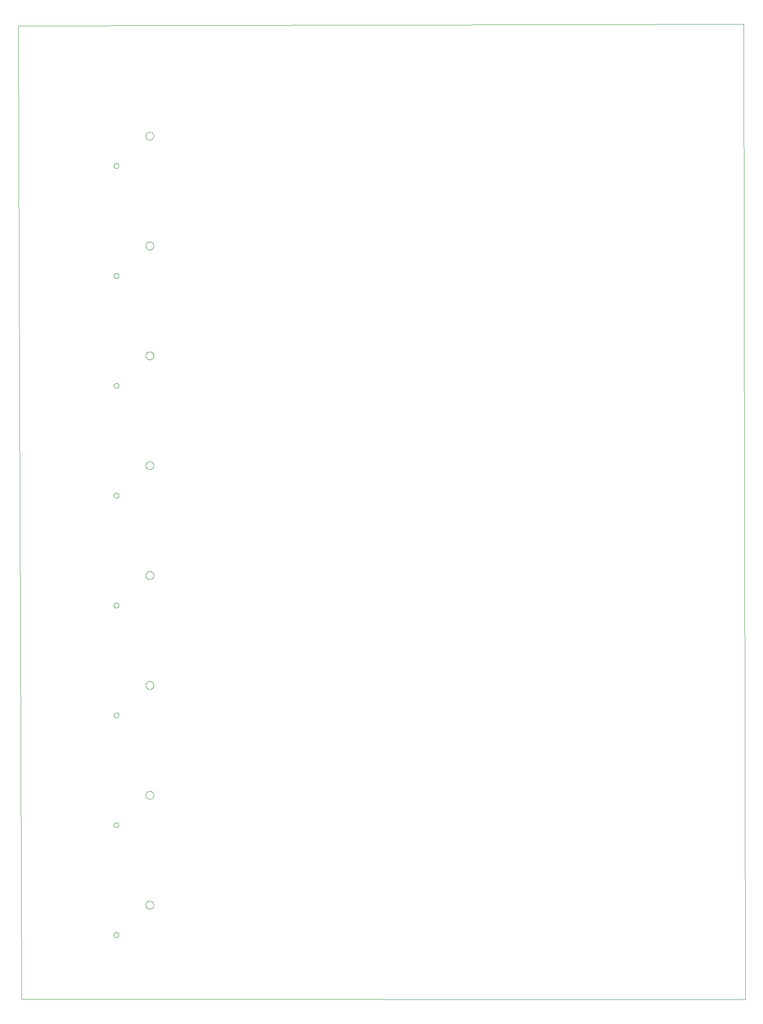
<source format=gm1>
G75*
%MOIN*%
%OFA0B0*%
%FSLAX25Y25*%
%IPPOS*%
%LPD*%
%AMOC8*
5,1,8,0,0,1.08239X$1,22.5*
%
%ADD10C,0.00000*%
D10*
X0035240Y0063066D02*
X0032425Y0830581D01*
X0605104Y0831831D01*
X0606256Y0062751D01*
X0035240Y0063066D01*
X0107892Y0113770D02*
X0107894Y0113858D01*
X0107900Y0113946D01*
X0107910Y0114034D01*
X0107924Y0114122D01*
X0107941Y0114208D01*
X0107963Y0114294D01*
X0107988Y0114378D01*
X0108018Y0114462D01*
X0108050Y0114544D01*
X0108087Y0114624D01*
X0108127Y0114703D01*
X0108171Y0114780D01*
X0108218Y0114855D01*
X0108268Y0114927D01*
X0108322Y0114998D01*
X0108378Y0115065D01*
X0108438Y0115131D01*
X0108500Y0115193D01*
X0108566Y0115253D01*
X0108633Y0115309D01*
X0108704Y0115363D01*
X0108776Y0115413D01*
X0108851Y0115460D01*
X0108928Y0115504D01*
X0109007Y0115544D01*
X0109087Y0115581D01*
X0109169Y0115613D01*
X0109253Y0115643D01*
X0109337Y0115668D01*
X0109423Y0115690D01*
X0109509Y0115707D01*
X0109597Y0115721D01*
X0109685Y0115731D01*
X0109773Y0115737D01*
X0109861Y0115739D01*
X0109949Y0115737D01*
X0110037Y0115731D01*
X0110125Y0115721D01*
X0110213Y0115707D01*
X0110299Y0115690D01*
X0110385Y0115668D01*
X0110469Y0115643D01*
X0110553Y0115613D01*
X0110635Y0115581D01*
X0110715Y0115544D01*
X0110794Y0115504D01*
X0110871Y0115460D01*
X0110946Y0115413D01*
X0111018Y0115363D01*
X0111089Y0115309D01*
X0111156Y0115253D01*
X0111222Y0115193D01*
X0111284Y0115131D01*
X0111344Y0115065D01*
X0111400Y0114998D01*
X0111454Y0114927D01*
X0111504Y0114855D01*
X0111551Y0114780D01*
X0111595Y0114703D01*
X0111635Y0114624D01*
X0111672Y0114544D01*
X0111704Y0114462D01*
X0111734Y0114378D01*
X0111759Y0114294D01*
X0111781Y0114208D01*
X0111798Y0114122D01*
X0111812Y0114034D01*
X0111822Y0113946D01*
X0111828Y0113858D01*
X0111830Y0113770D01*
X0111828Y0113682D01*
X0111822Y0113594D01*
X0111812Y0113506D01*
X0111798Y0113418D01*
X0111781Y0113332D01*
X0111759Y0113246D01*
X0111734Y0113162D01*
X0111704Y0113078D01*
X0111672Y0112996D01*
X0111635Y0112916D01*
X0111595Y0112837D01*
X0111551Y0112760D01*
X0111504Y0112685D01*
X0111454Y0112613D01*
X0111400Y0112542D01*
X0111344Y0112475D01*
X0111284Y0112409D01*
X0111222Y0112347D01*
X0111156Y0112287D01*
X0111089Y0112231D01*
X0111018Y0112177D01*
X0110946Y0112127D01*
X0110871Y0112080D01*
X0110794Y0112036D01*
X0110715Y0111996D01*
X0110635Y0111959D01*
X0110553Y0111927D01*
X0110469Y0111897D01*
X0110385Y0111872D01*
X0110299Y0111850D01*
X0110213Y0111833D01*
X0110125Y0111819D01*
X0110037Y0111809D01*
X0109949Y0111803D01*
X0109861Y0111801D01*
X0109773Y0111803D01*
X0109685Y0111809D01*
X0109597Y0111819D01*
X0109509Y0111833D01*
X0109423Y0111850D01*
X0109337Y0111872D01*
X0109253Y0111897D01*
X0109169Y0111927D01*
X0109087Y0111959D01*
X0109007Y0111996D01*
X0108928Y0112036D01*
X0108851Y0112080D01*
X0108776Y0112127D01*
X0108704Y0112177D01*
X0108633Y0112231D01*
X0108566Y0112287D01*
X0108500Y0112347D01*
X0108438Y0112409D01*
X0108378Y0112475D01*
X0108322Y0112542D01*
X0108268Y0112613D01*
X0108218Y0112685D01*
X0108171Y0112760D01*
X0108127Y0112837D01*
X0108087Y0112916D01*
X0108050Y0112996D01*
X0108018Y0113078D01*
X0107988Y0113162D01*
X0107963Y0113246D01*
X0107941Y0113332D01*
X0107924Y0113418D01*
X0107910Y0113506D01*
X0107900Y0113594D01*
X0107894Y0113682D01*
X0107892Y0113770D01*
X0133089Y0137392D02*
X0133091Y0137504D01*
X0133097Y0137615D01*
X0133107Y0137727D01*
X0133121Y0137838D01*
X0133138Y0137948D01*
X0133160Y0138058D01*
X0133186Y0138167D01*
X0133215Y0138275D01*
X0133248Y0138381D01*
X0133285Y0138487D01*
X0133326Y0138591D01*
X0133371Y0138694D01*
X0133419Y0138795D01*
X0133470Y0138894D01*
X0133525Y0138991D01*
X0133584Y0139086D01*
X0133645Y0139180D01*
X0133710Y0139271D01*
X0133779Y0139359D01*
X0133850Y0139445D01*
X0133924Y0139529D01*
X0134002Y0139609D01*
X0134082Y0139687D01*
X0134165Y0139763D01*
X0134250Y0139835D01*
X0134338Y0139904D01*
X0134428Y0139970D01*
X0134521Y0140032D01*
X0134616Y0140092D01*
X0134713Y0140148D01*
X0134811Y0140200D01*
X0134912Y0140249D01*
X0135014Y0140294D01*
X0135118Y0140336D01*
X0135223Y0140374D01*
X0135330Y0140408D01*
X0135437Y0140438D01*
X0135546Y0140465D01*
X0135655Y0140487D01*
X0135766Y0140506D01*
X0135876Y0140521D01*
X0135988Y0140532D01*
X0136099Y0140539D01*
X0136211Y0140542D01*
X0136323Y0140541D01*
X0136435Y0140536D01*
X0136546Y0140527D01*
X0136657Y0140514D01*
X0136768Y0140497D01*
X0136878Y0140477D01*
X0136987Y0140452D01*
X0137095Y0140424D01*
X0137202Y0140391D01*
X0137308Y0140355D01*
X0137412Y0140315D01*
X0137515Y0140272D01*
X0137617Y0140225D01*
X0137716Y0140174D01*
X0137814Y0140120D01*
X0137910Y0140062D01*
X0138004Y0140001D01*
X0138095Y0139937D01*
X0138184Y0139870D01*
X0138271Y0139799D01*
X0138355Y0139725D01*
X0138437Y0139649D01*
X0138515Y0139569D01*
X0138591Y0139487D01*
X0138664Y0139402D01*
X0138734Y0139315D01*
X0138800Y0139225D01*
X0138864Y0139133D01*
X0138924Y0139039D01*
X0138981Y0138943D01*
X0139034Y0138844D01*
X0139084Y0138744D01*
X0139130Y0138643D01*
X0139173Y0138539D01*
X0139212Y0138434D01*
X0139247Y0138328D01*
X0139278Y0138221D01*
X0139306Y0138112D01*
X0139329Y0138003D01*
X0139349Y0137893D01*
X0139365Y0137782D01*
X0139377Y0137671D01*
X0139385Y0137560D01*
X0139389Y0137448D01*
X0139389Y0137336D01*
X0139385Y0137224D01*
X0139377Y0137113D01*
X0139365Y0137002D01*
X0139349Y0136891D01*
X0139329Y0136781D01*
X0139306Y0136672D01*
X0139278Y0136563D01*
X0139247Y0136456D01*
X0139212Y0136350D01*
X0139173Y0136245D01*
X0139130Y0136141D01*
X0139084Y0136040D01*
X0139034Y0135940D01*
X0138981Y0135841D01*
X0138924Y0135745D01*
X0138864Y0135651D01*
X0138800Y0135559D01*
X0138734Y0135469D01*
X0138664Y0135382D01*
X0138591Y0135297D01*
X0138515Y0135215D01*
X0138437Y0135135D01*
X0138355Y0135059D01*
X0138271Y0134985D01*
X0138184Y0134914D01*
X0138095Y0134847D01*
X0138004Y0134783D01*
X0137910Y0134722D01*
X0137814Y0134664D01*
X0137716Y0134610D01*
X0137617Y0134559D01*
X0137515Y0134512D01*
X0137412Y0134469D01*
X0137308Y0134429D01*
X0137202Y0134393D01*
X0137095Y0134360D01*
X0136987Y0134332D01*
X0136878Y0134307D01*
X0136768Y0134287D01*
X0136657Y0134270D01*
X0136546Y0134257D01*
X0136435Y0134248D01*
X0136323Y0134243D01*
X0136211Y0134242D01*
X0136099Y0134245D01*
X0135988Y0134252D01*
X0135876Y0134263D01*
X0135766Y0134278D01*
X0135655Y0134297D01*
X0135546Y0134319D01*
X0135437Y0134346D01*
X0135330Y0134376D01*
X0135223Y0134410D01*
X0135118Y0134448D01*
X0135014Y0134490D01*
X0134912Y0134535D01*
X0134811Y0134584D01*
X0134713Y0134636D01*
X0134616Y0134692D01*
X0134521Y0134752D01*
X0134428Y0134814D01*
X0134338Y0134880D01*
X0134250Y0134949D01*
X0134165Y0135021D01*
X0134082Y0135097D01*
X0134002Y0135175D01*
X0133924Y0135255D01*
X0133850Y0135339D01*
X0133779Y0135425D01*
X0133710Y0135513D01*
X0133645Y0135604D01*
X0133584Y0135698D01*
X0133525Y0135793D01*
X0133470Y0135890D01*
X0133419Y0135989D01*
X0133371Y0136090D01*
X0133326Y0136193D01*
X0133285Y0136297D01*
X0133248Y0136403D01*
X0133215Y0136509D01*
X0133186Y0136617D01*
X0133160Y0136726D01*
X0133138Y0136836D01*
X0133121Y0136946D01*
X0133107Y0137057D01*
X0133097Y0137169D01*
X0133091Y0137280D01*
X0133089Y0137392D01*
X0107892Y0200384D02*
X0107894Y0200472D01*
X0107900Y0200560D01*
X0107910Y0200648D01*
X0107924Y0200736D01*
X0107941Y0200822D01*
X0107963Y0200908D01*
X0107988Y0200992D01*
X0108018Y0201076D01*
X0108050Y0201158D01*
X0108087Y0201238D01*
X0108127Y0201317D01*
X0108171Y0201394D01*
X0108218Y0201469D01*
X0108268Y0201541D01*
X0108322Y0201612D01*
X0108378Y0201679D01*
X0108438Y0201745D01*
X0108500Y0201807D01*
X0108566Y0201867D01*
X0108633Y0201923D01*
X0108704Y0201977D01*
X0108776Y0202027D01*
X0108851Y0202074D01*
X0108928Y0202118D01*
X0109007Y0202158D01*
X0109087Y0202195D01*
X0109169Y0202227D01*
X0109253Y0202257D01*
X0109337Y0202282D01*
X0109423Y0202304D01*
X0109509Y0202321D01*
X0109597Y0202335D01*
X0109685Y0202345D01*
X0109773Y0202351D01*
X0109861Y0202353D01*
X0109949Y0202351D01*
X0110037Y0202345D01*
X0110125Y0202335D01*
X0110213Y0202321D01*
X0110299Y0202304D01*
X0110385Y0202282D01*
X0110469Y0202257D01*
X0110553Y0202227D01*
X0110635Y0202195D01*
X0110715Y0202158D01*
X0110794Y0202118D01*
X0110871Y0202074D01*
X0110946Y0202027D01*
X0111018Y0201977D01*
X0111089Y0201923D01*
X0111156Y0201867D01*
X0111222Y0201807D01*
X0111284Y0201745D01*
X0111344Y0201679D01*
X0111400Y0201612D01*
X0111454Y0201541D01*
X0111504Y0201469D01*
X0111551Y0201394D01*
X0111595Y0201317D01*
X0111635Y0201238D01*
X0111672Y0201158D01*
X0111704Y0201076D01*
X0111734Y0200992D01*
X0111759Y0200908D01*
X0111781Y0200822D01*
X0111798Y0200736D01*
X0111812Y0200648D01*
X0111822Y0200560D01*
X0111828Y0200472D01*
X0111830Y0200384D01*
X0111828Y0200296D01*
X0111822Y0200208D01*
X0111812Y0200120D01*
X0111798Y0200032D01*
X0111781Y0199946D01*
X0111759Y0199860D01*
X0111734Y0199776D01*
X0111704Y0199692D01*
X0111672Y0199610D01*
X0111635Y0199530D01*
X0111595Y0199451D01*
X0111551Y0199374D01*
X0111504Y0199299D01*
X0111454Y0199227D01*
X0111400Y0199156D01*
X0111344Y0199089D01*
X0111284Y0199023D01*
X0111222Y0198961D01*
X0111156Y0198901D01*
X0111089Y0198845D01*
X0111018Y0198791D01*
X0110946Y0198741D01*
X0110871Y0198694D01*
X0110794Y0198650D01*
X0110715Y0198610D01*
X0110635Y0198573D01*
X0110553Y0198541D01*
X0110469Y0198511D01*
X0110385Y0198486D01*
X0110299Y0198464D01*
X0110213Y0198447D01*
X0110125Y0198433D01*
X0110037Y0198423D01*
X0109949Y0198417D01*
X0109861Y0198415D01*
X0109773Y0198417D01*
X0109685Y0198423D01*
X0109597Y0198433D01*
X0109509Y0198447D01*
X0109423Y0198464D01*
X0109337Y0198486D01*
X0109253Y0198511D01*
X0109169Y0198541D01*
X0109087Y0198573D01*
X0109007Y0198610D01*
X0108928Y0198650D01*
X0108851Y0198694D01*
X0108776Y0198741D01*
X0108704Y0198791D01*
X0108633Y0198845D01*
X0108566Y0198901D01*
X0108500Y0198961D01*
X0108438Y0199023D01*
X0108378Y0199089D01*
X0108322Y0199156D01*
X0108268Y0199227D01*
X0108218Y0199299D01*
X0108171Y0199374D01*
X0108127Y0199451D01*
X0108087Y0199530D01*
X0108050Y0199610D01*
X0108018Y0199692D01*
X0107988Y0199776D01*
X0107963Y0199860D01*
X0107941Y0199946D01*
X0107924Y0200032D01*
X0107910Y0200120D01*
X0107900Y0200208D01*
X0107894Y0200296D01*
X0107892Y0200384D01*
X0133089Y0224006D02*
X0133091Y0224118D01*
X0133097Y0224229D01*
X0133107Y0224341D01*
X0133121Y0224452D01*
X0133138Y0224562D01*
X0133160Y0224672D01*
X0133186Y0224781D01*
X0133215Y0224889D01*
X0133248Y0224995D01*
X0133285Y0225101D01*
X0133326Y0225205D01*
X0133371Y0225308D01*
X0133419Y0225409D01*
X0133470Y0225508D01*
X0133525Y0225605D01*
X0133584Y0225700D01*
X0133645Y0225794D01*
X0133710Y0225885D01*
X0133779Y0225973D01*
X0133850Y0226059D01*
X0133924Y0226143D01*
X0134002Y0226223D01*
X0134082Y0226301D01*
X0134165Y0226377D01*
X0134250Y0226449D01*
X0134338Y0226518D01*
X0134428Y0226584D01*
X0134521Y0226646D01*
X0134616Y0226706D01*
X0134713Y0226762D01*
X0134811Y0226814D01*
X0134912Y0226863D01*
X0135014Y0226908D01*
X0135118Y0226950D01*
X0135223Y0226988D01*
X0135330Y0227022D01*
X0135437Y0227052D01*
X0135546Y0227079D01*
X0135655Y0227101D01*
X0135766Y0227120D01*
X0135876Y0227135D01*
X0135988Y0227146D01*
X0136099Y0227153D01*
X0136211Y0227156D01*
X0136323Y0227155D01*
X0136435Y0227150D01*
X0136546Y0227141D01*
X0136657Y0227128D01*
X0136768Y0227111D01*
X0136878Y0227091D01*
X0136987Y0227066D01*
X0137095Y0227038D01*
X0137202Y0227005D01*
X0137308Y0226969D01*
X0137412Y0226929D01*
X0137515Y0226886D01*
X0137617Y0226839D01*
X0137716Y0226788D01*
X0137814Y0226734D01*
X0137910Y0226676D01*
X0138004Y0226615D01*
X0138095Y0226551D01*
X0138184Y0226484D01*
X0138271Y0226413D01*
X0138355Y0226339D01*
X0138437Y0226263D01*
X0138515Y0226183D01*
X0138591Y0226101D01*
X0138664Y0226016D01*
X0138734Y0225929D01*
X0138800Y0225839D01*
X0138864Y0225747D01*
X0138924Y0225653D01*
X0138981Y0225557D01*
X0139034Y0225458D01*
X0139084Y0225358D01*
X0139130Y0225257D01*
X0139173Y0225153D01*
X0139212Y0225048D01*
X0139247Y0224942D01*
X0139278Y0224835D01*
X0139306Y0224726D01*
X0139329Y0224617D01*
X0139349Y0224507D01*
X0139365Y0224396D01*
X0139377Y0224285D01*
X0139385Y0224174D01*
X0139389Y0224062D01*
X0139389Y0223950D01*
X0139385Y0223838D01*
X0139377Y0223727D01*
X0139365Y0223616D01*
X0139349Y0223505D01*
X0139329Y0223395D01*
X0139306Y0223286D01*
X0139278Y0223177D01*
X0139247Y0223070D01*
X0139212Y0222964D01*
X0139173Y0222859D01*
X0139130Y0222755D01*
X0139084Y0222654D01*
X0139034Y0222554D01*
X0138981Y0222455D01*
X0138924Y0222359D01*
X0138864Y0222265D01*
X0138800Y0222173D01*
X0138734Y0222083D01*
X0138664Y0221996D01*
X0138591Y0221911D01*
X0138515Y0221829D01*
X0138437Y0221749D01*
X0138355Y0221673D01*
X0138271Y0221599D01*
X0138184Y0221528D01*
X0138095Y0221461D01*
X0138004Y0221397D01*
X0137910Y0221336D01*
X0137814Y0221278D01*
X0137716Y0221224D01*
X0137617Y0221173D01*
X0137515Y0221126D01*
X0137412Y0221083D01*
X0137308Y0221043D01*
X0137202Y0221007D01*
X0137095Y0220974D01*
X0136987Y0220946D01*
X0136878Y0220921D01*
X0136768Y0220901D01*
X0136657Y0220884D01*
X0136546Y0220871D01*
X0136435Y0220862D01*
X0136323Y0220857D01*
X0136211Y0220856D01*
X0136099Y0220859D01*
X0135988Y0220866D01*
X0135876Y0220877D01*
X0135766Y0220892D01*
X0135655Y0220911D01*
X0135546Y0220933D01*
X0135437Y0220960D01*
X0135330Y0220990D01*
X0135223Y0221024D01*
X0135118Y0221062D01*
X0135014Y0221104D01*
X0134912Y0221149D01*
X0134811Y0221198D01*
X0134713Y0221250D01*
X0134616Y0221306D01*
X0134521Y0221366D01*
X0134428Y0221428D01*
X0134338Y0221494D01*
X0134250Y0221563D01*
X0134165Y0221635D01*
X0134082Y0221711D01*
X0134002Y0221789D01*
X0133924Y0221869D01*
X0133850Y0221953D01*
X0133779Y0222039D01*
X0133710Y0222127D01*
X0133645Y0222218D01*
X0133584Y0222312D01*
X0133525Y0222407D01*
X0133470Y0222504D01*
X0133419Y0222603D01*
X0133371Y0222704D01*
X0133326Y0222807D01*
X0133285Y0222911D01*
X0133248Y0223017D01*
X0133215Y0223123D01*
X0133186Y0223231D01*
X0133160Y0223340D01*
X0133138Y0223450D01*
X0133121Y0223560D01*
X0133107Y0223671D01*
X0133097Y0223783D01*
X0133091Y0223894D01*
X0133089Y0224006D01*
X0107892Y0286998D02*
X0107894Y0287086D01*
X0107900Y0287174D01*
X0107910Y0287262D01*
X0107924Y0287350D01*
X0107941Y0287436D01*
X0107963Y0287522D01*
X0107988Y0287606D01*
X0108018Y0287690D01*
X0108050Y0287772D01*
X0108087Y0287852D01*
X0108127Y0287931D01*
X0108171Y0288008D01*
X0108218Y0288083D01*
X0108268Y0288155D01*
X0108322Y0288226D01*
X0108378Y0288293D01*
X0108438Y0288359D01*
X0108500Y0288421D01*
X0108566Y0288481D01*
X0108633Y0288537D01*
X0108704Y0288591D01*
X0108776Y0288641D01*
X0108851Y0288688D01*
X0108928Y0288732D01*
X0109007Y0288772D01*
X0109087Y0288809D01*
X0109169Y0288841D01*
X0109253Y0288871D01*
X0109337Y0288896D01*
X0109423Y0288918D01*
X0109509Y0288935D01*
X0109597Y0288949D01*
X0109685Y0288959D01*
X0109773Y0288965D01*
X0109861Y0288967D01*
X0109949Y0288965D01*
X0110037Y0288959D01*
X0110125Y0288949D01*
X0110213Y0288935D01*
X0110299Y0288918D01*
X0110385Y0288896D01*
X0110469Y0288871D01*
X0110553Y0288841D01*
X0110635Y0288809D01*
X0110715Y0288772D01*
X0110794Y0288732D01*
X0110871Y0288688D01*
X0110946Y0288641D01*
X0111018Y0288591D01*
X0111089Y0288537D01*
X0111156Y0288481D01*
X0111222Y0288421D01*
X0111284Y0288359D01*
X0111344Y0288293D01*
X0111400Y0288226D01*
X0111454Y0288155D01*
X0111504Y0288083D01*
X0111551Y0288008D01*
X0111595Y0287931D01*
X0111635Y0287852D01*
X0111672Y0287772D01*
X0111704Y0287690D01*
X0111734Y0287606D01*
X0111759Y0287522D01*
X0111781Y0287436D01*
X0111798Y0287350D01*
X0111812Y0287262D01*
X0111822Y0287174D01*
X0111828Y0287086D01*
X0111830Y0286998D01*
X0111828Y0286910D01*
X0111822Y0286822D01*
X0111812Y0286734D01*
X0111798Y0286646D01*
X0111781Y0286560D01*
X0111759Y0286474D01*
X0111734Y0286390D01*
X0111704Y0286306D01*
X0111672Y0286224D01*
X0111635Y0286144D01*
X0111595Y0286065D01*
X0111551Y0285988D01*
X0111504Y0285913D01*
X0111454Y0285841D01*
X0111400Y0285770D01*
X0111344Y0285703D01*
X0111284Y0285637D01*
X0111222Y0285575D01*
X0111156Y0285515D01*
X0111089Y0285459D01*
X0111018Y0285405D01*
X0110946Y0285355D01*
X0110871Y0285308D01*
X0110794Y0285264D01*
X0110715Y0285224D01*
X0110635Y0285187D01*
X0110553Y0285155D01*
X0110469Y0285125D01*
X0110385Y0285100D01*
X0110299Y0285078D01*
X0110213Y0285061D01*
X0110125Y0285047D01*
X0110037Y0285037D01*
X0109949Y0285031D01*
X0109861Y0285029D01*
X0109773Y0285031D01*
X0109685Y0285037D01*
X0109597Y0285047D01*
X0109509Y0285061D01*
X0109423Y0285078D01*
X0109337Y0285100D01*
X0109253Y0285125D01*
X0109169Y0285155D01*
X0109087Y0285187D01*
X0109007Y0285224D01*
X0108928Y0285264D01*
X0108851Y0285308D01*
X0108776Y0285355D01*
X0108704Y0285405D01*
X0108633Y0285459D01*
X0108566Y0285515D01*
X0108500Y0285575D01*
X0108438Y0285637D01*
X0108378Y0285703D01*
X0108322Y0285770D01*
X0108268Y0285841D01*
X0108218Y0285913D01*
X0108171Y0285988D01*
X0108127Y0286065D01*
X0108087Y0286144D01*
X0108050Y0286224D01*
X0108018Y0286306D01*
X0107988Y0286390D01*
X0107963Y0286474D01*
X0107941Y0286560D01*
X0107924Y0286646D01*
X0107910Y0286734D01*
X0107900Y0286822D01*
X0107894Y0286910D01*
X0107892Y0286998D01*
X0133089Y0310620D02*
X0133091Y0310732D01*
X0133097Y0310843D01*
X0133107Y0310955D01*
X0133121Y0311066D01*
X0133138Y0311176D01*
X0133160Y0311286D01*
X0133186Y0311395D01*
X0133215Y0311503D01*
X0133248Y0311609D01*
X0133285Y0311715D01*
X0133326Y0311819D01*
X0133371Y0311922D01*
X0133419Y0312023D01*
X0133470Y0312122D01*
X0133525Y0312219D01*
X0133584Y0312314D01*
X0133645Y0312408D01*
X0133710Y0312499D01*
X0133779Y0312587D01*
X0133850Y0312673D01*
X0133924Y0312757D01*
X0134002Y0312837D01*
X0134082Y0312915D01*
X0134165Y0312991D01*
X0134250Y0313063D01*
X0134338Y0313132D01*
X0134428Y0313198D01*
X0134521Y0313260D01*
X0134616Y0313320D01*
X0134713Y0313376D01*
X0134811Y0313428D01*
X0134912Y0313477D01*
X0135014Y0313522D01*
X0135118Y0313564D01*
X0135223Y0313602D01*
X0135330Y0313636D01*
X0135437Y0313666D01*
X0135546Y0313693D01*
X0135655Y0313715D01*
X0135766Y0313734D01*
X0135876Y0313749D01*
X0135988Y0313760D01*
X0136099Y0313767D01*
X0136211Y0313770D01*
X0136323Y0313769D01*
X0136435Y0313764D01*
X0136546Y0313755D01*
X0136657Y0313742D01*
X0136768Y0313725D01*
X0136878Y0313705D01*
X0136987Y0313680D01*
X0137095Y0313652D01*
X0137202Y0313619D01*
X0137308Y0313583D01*
X0137412Y0313543D01*
X0137515Y0313500D01*
X0137617Y0313453D01*
X0137716Y0313402D01*
X0137814Y0313348D01*
X0137910Y0313290D01*
X0138004Y0313229D01*
X0138095Y0313165D01*
X0138184Y0313098D01*
X0138271Y0313027D01*
X0138355Y0312953D01*
X0138437Y0312877D01*
X0138515Y0312797D01*
X0138591Y0312715D01*
X0138664Y0312630D01*
X0138734Y0312543D01*
X0138800Y0312453D01*
X0138864Y0312361D01*
X0138924Y0312267D01*
X0138981Y0312171D01*
X0139034Y0312072D01*
X0139084Y0311972D01*
X0139130Y0311871D01*
X0139173Y0311767D01*
X0139212Y0311662D01*
X0139247Y0311556D01*
X0139278Y0311449D01*
X0139306Y0311340D01*
X0139329Y0311231D01*
X0139349Y0311121D01*
X0139365Y0311010D01*
X0139377Y0310899D01*
X0139385Y0310788D01*
X0139389Y0310676D01*
X0139389Y0310564D01*
X0139385Y0310452D01*
X0139377Y0310341D01*
X0139365Y0310230D01*
X0139349Y0310119D01*
X0139329Y0310009D01*
X0139306Y0309900D01*
X0139278Y0309791D01*
X0139247Y0309684D01*
X0139212Y0309578D01*
X0139173Y0309473D01*
X0139130Y0309369D01*
X0139084Y0309268D01*
X0139034Y0309168D01*
X0138981Y0309069D01*
X0138924Y0308973D01*
X0138864Y0308879D01*
X0138800Y0308787D01*
X0138734Y0308697D01*
X0138664Y0308610D01*
X0138591Y0308525D01*
X0138515Y0308443D01*
X0138437Y0308363D01*
X0138355Y0308287D01*
X0138271Y0308213D01*
X0138184Y0308142D01*
X0138095Y0308075D01*
X0138004Y0308011D01*
X0137910Y0307950D01*
X0137814Y0307892D01*
X0137716Y0307838D01*
X0137617Y0307787D01*
X0137515Y0307740D01*
X0137412Y0307697D01*
X0137308Y0307657D01*
X0137202Y0307621D01*
X0137095Y0307588D01*
X0136987Y0307560D01*
X0136878Y0307535D01*
X0136768Y0307515D01*
X0136657Y0307498D01*
X0136546Y0307485D01*
X0136435Y0307476D01*
X0136323Y0307471D01*
X0136211Y0307470D01*
X0136099Y0307473D01*
X0135988Y0307480D01*
X0135876Y0307491D01*
X0135766Y0307506D01*
X0135655Y0307525D01*
X0135546Y0307547D01*
X0135437Y0307574D01*
X0135330Y0307604D01*
X0135223Y0307638D01*
X0135118Y0307676D01*
X0135014Y0307718D01*
X0134912Y0307763D01*
X0134811Y0307812D01*
X0134713Y0307864D01*
X0134616Y0307920D01*
X0134521Y0307980D01*
X0134428Y0308042D01*
X0134338Y0308108D01*
X0134250Y0308177D01*
X0134165Y0308249D01*
X0134082Y0308325D01*
X0134002Y0308403D01*
X0133924Y0308483D01*
X0133850Y0308567D01*
X0133779Y0308653D01*
X0133710Y0308741D01*
X0133645Y0308832D01*
X0133584Y0308926D01*
X0133525Y0309021D01*
X0133470Y0309118D01*
X0133419Y0309217D01*
X0133371Y0309318D01*
X0133326Y0309421D01*
X0133285Y0309525D01*
X0133248Y0309631D01*
X0133215Y0309737D01*
X0133186Y0309845D01*
X0133160Y0309954D01*
X0133138Y0310064D01*
X0133121Y0310174D01*
X0133107Y0310285D01*
X0133097Y0310397D01*
X0133091Y0310508D01*
X0133089Y0310620D01*
X0107892Y0373612D02*
X0107894Y0373700D01*
X0107900Y0373788D01*
X0107910Y0373876D01*
X0107924Y0373964D01*
X0107941Y0374050D01*
X0107963Y0374136D01*
X0107988Y0374220D01*
X0108018Y0374304D01*
X0108050Y0374386D01*
X0108087Y0374466D01*
X0108127Y0374545D01*
X0108171Y0374622D01*
X0108218Y0374697D01*
X0108268Y0374769D01*
X0108322Y0374840D01*
X0108378Y0374907D01*
X0108438Y0374973D01*
X0108500Y0375035D01*
X0108566Y0375095D01*
X0108633Y0375151D01*
X0108704Y0375205D01*
X0108776Y0375255D01*
X0108851Y0375302D01*
X0108928Y0375346D01*
X0109007Y0375386D01*
X0109087Y0375423D01*
X0109169Y0375455D01*
X0109253Y0375485D01*
X0109337Y0375510D01*
X0109423Y0375532D01*
X0109509Y0375549D01*
X0109597Y0375563D01*
X0109685Y0375573D01*
X0109773Y0375579D01*
X0109861Y0375581D01*
X0109949Y0375579D01*
X0110037Y0375573D01*
X0110125Y0375563D01*
X0110213Y0375549D01*
X0110299Y0375532D01*
X0110385Y0375510D01*
X0110469Y0375485D01*
X0110553Y0375455D01*
X0110635Y0375423D01*
X0110715Y0375386D01*
X0110794Y0375346D01*
X0110871Y0375302D01*
X0110946Y0375255D01*
X0111018Y0375205D01*
X0111089Y0375151D01*
X0111156Y0375095D01*
X0111222Y0375035D01*
X0111284Y0374973D01*
X0111344Y0374907D01*
X0111400Y0374840D01*
X0111454Y0374769D01*
X0111504Y0374697D01*
X0111551Y0374622D01*
X0111595Y0374545D01*
X0111635Y0374466D01*
X0111672Y0374386D01*
X0111704Y0374304D01*
X0111734Y0374220D01*
X0111759Y0374136D01*
X0111781Y0374050D01*
X0111798Y0373964D01*
X0111812Y0373876D01*
X0111822Y0373788D01*
X0111828Y0373700D01*
X0111830Y0373612D01*
X0111828Y0373524D01*
X0111822Y0373436D01*
X0111812Y0373348D01*
X0111798Y0373260D01*
X0111781Y0373174D01*
X0111759Y0373088D01*
X0111734Y0373004D01*
X0111704Y0372920D01*
X0111672Y0372838D01*
X0111635Y0372758D01*
X0111595Y0372679D01*
X0111551Y0372602D01*
X0111504Y0372527D01*
X0111454Y0372455D01*
X0111400Y0372384D01*
X0111344Y0372317D01*
X0111284Y0372251D01*
X0111222Y0372189D01*
X0111156Y0372129D01*
X0111089Y0372073D01*
X0111018Y0372019D01*
X0110946Y0371969D01*
X0110871Y0371922D01*
X0110794Y0371878D01*
X0110715Y0371838D01*
X0110635Y0371801D01*
X0110553Y0371769D01*
X0110469Y0371739D01*
X0110385Y0371714D01*
X0110299Y0371692D01*
X0110213Y0371675D01*
X0110125Y0371661D01*
X0110037Y0371651D01*
X0109949Y0371645D01*
X0109861Y0371643D01*
X0109773Y0371645D01*
X0109685Y0371651D01*
X0109597Y0371661D01*
X0109509Y0371675D01*
X0109423Y0371692D01*
X0109337Y0371714D01*
X0109253Y0371739D01*
X0109169Y0371769D01*
X0109087Y0371801D01*
X0109007Y0371838D01*
X0108928Y0371878D01*
X0108851Y0371922D01*
X0108776Y0371969D01*
X0108704Y0372019D01*
X0108633Y0372073D01*
X0108566Y0372129D01*
X0108500Y0372189D01*
X0108438Y0372251D01*
X0108378Y0372317D01*
X0108322Y0372384D01*
X0108268Y0372455D01*
X0108218Y0372527D01*
X0108171Y0372602D01*
X0108127Y0372679D01*
X0108087Y0372758D01*
X0108050Y0372838D01*
X0108018Y0372920D01*
X0107988Y0373004D01*
X0107963Y0373088D01*
X0107941Y0373174D01*
X0107924Y0373260D01*
X0107910Y0373348D01*
X0107900Y0373436D01*
X0107894Y0373524D01*
X0107892Y0373612D01*
X0133089Y0397234D02*
X0133091Y0397346D01*
X0133097Y0397457D01*
X0133107Y0397569D01*
X0133121Y0397680D01*
X0133138Y0397790D01*
X0133160Y0397900D01*
X0133186Y0398009D01*
X0133215Y0398117D01*
X0133248Y0398223D01*
X0133285Y0398329D01*
X0133326Y0398433D01*
X0133371Y0398536D01*
X0133419Y0398637D01*
X0133470Y0398736D01*
X0133525Y0398833D01*
X0133584Y0398928D01*
X0133645Y0399022D01*
X0133710Y0399113D01*
X0133779Y0399201D01*
X0133850Y0399287D01*
X0133924Y0399371D01*
X0134002Y0399451D01*
X0134082Y0399529D01*
X0134165Y0399605D01*
X0134250Y0399677D01*
X0134338Y0399746D01*
X0134428Y0399812D01*
X0134521Y0399874D01*
X0134616Y0399934D01*
X0134713Y0399990D01*
X0134811Y0400042D01*
X0134912Y0400091D01*
X0135014Y0400136D01*
X0135118Y0400178D01*
X0135223Y0400216D01*
X0135330Y0400250D01*
X0135437Y0400280D01*
X0135546Y0400307D01*
X0135655Y0400329D01*
X0135766Y0400348D01*
X0135876Y0400363D01*
X0135988Y0400374D01*
X0136099Y0400381D01*
X0136211Y0400384D01*
X0136323Y0400383D01*
X0136435Y0400378D01*
X0136546Y0400369D01*
X0136657Y0400356D01*
X0136768Y0400339D01*
X0136878Y0400319D01*
X0136987Y0400294D01*
X0137095Y0400266D01*
X0137202Y0400233D01*
X0137308Y0400197D01*
X0137412Y0400157D01*
X0137515Y0400114D01*
X0137617Y0400067D01*
X0137716Y0400016D01*
X0137814Y0399962D01*
X0137910Y0399904D01*
X0138004Y0399843D01*
X0138095Y0399779D01*
X0138184Y0399712D01*
X0138271Y0399641D01*
X0138355Y0399567D01*
X0138437Y0399491D01*
X0138515Y0399411D01*
X0138591Y0399329D01*
X0138664Y0399244D01*
X0138734Y0399157D01*
X0138800Y0399067D01*
X0138864Y0398975D01*
X0138924Y0398881D01*
X0138981Y0398785D01*
X0139034Y0398686D01*
X0139084Y0398586D01*
X0139130Y0398485D01*
X0139173Y0398381D01*
X0139212Y0398276D01*
X0139247Y0398170D01*
X0139278Y0398063D01*
X0139306Y0397954D01*
X0139329Y0397845D01*
X0139349Y0397735D01*
X0139365Y0397624D01*
X0139377Y0397513D01*
X0139385Y0397402D01*
X0139389Y0397290D01*
X0139389Y0397178D01*
X0139385Y0397066D01*
X0139377Y0396955D01*
X0139365Y0396844D01*
X0139349Y0396733D01*
X0139329Y0396623D01*
X0139306Y0396514D01*
X0139278Y0396405D01*
X0139247Y0396298D01*
X0139212Y0396192D01*
X0139173Y0396087D01*
X0139130Y0395983D01*
X0139084Y0395882D01*
X0139034Y0395782D01*
X0138981Y0395683D01*
X0138924Y0395587D01*
X0138864Y0395493D01*
X0138800Y0395401D01*
X0138734Y0395311D01*
X0138664Y0395224D01*
X0138591Y0395139D01*
X0138515Y0395057D01*
X0138437Y0394977D01*
X0138355Y0394901D01*
X0138271Y0394827D01*
X0138184Y0394756D01*
X0138095Y0394689D01*
X0138004Y0394625D01*
X0137910Y0394564D01*
X0137814Y0394506D01*
X0137716Y0394452D01*
X0137617Y0394401D01*
X0137515Y0394354D01*
X0137412Y0394311D01*
X0137308Y0394271D01*
X0137202Y0394235D01*
X0137095Y0394202D01*
X0136987Y0394174D01*
X0136878Y0394149D01*
X0136768Y0394129D01*
X0136657Y0394112D01*
X0136546Y0394099D01*
X0136435Y0394090D01*
X0136323Y0394085D01*
X0136211Y0394084D01*
X0136099Y0394087D01*
X0135988Y0394094D01*
X0135876Y0394105D01*
X0135766Y0394120D01*
X0135655Y0394139D01*
X0135546Y0394161D01*
X0135437Y0394188D01*
X0135330Y0394218D01*
X0135223Y0394252D01*
X0135118Y0394290D01*
X0135014Y0394332D01*
X0134912Y0394377D01*
X0134811Y0394426D01*
X0134713Y0394478D01*
X0134616Y0394534D01*
X0134521Y0394594D01*
X0134428Y0394656D01*
X0134338Y0394722D01*
X0134250Y0394791D01*
X0134165Y0394863D01*
X0134082Y0394939D01*
X0134002Y0395017D01*
X0133924Y0395097D01*
X0133850Y0395181D01*
X0133779Y0395267D01*
X0133710Y0395355D01*
X0133645Y0395446D01*
X0133584Y0395540D01*
X0133525Y0395635D01*
X0133470Y0395732D01*
X0133419Y0395831D01*
X0133371Y0395932D01*
X0133326Y0396035D01*
X0133285Y0396139D01*
X0133248Y0396245D01*
X0133215Y0396351D01*
X0133186Y0396459D01*
X0133160Y0396568D01*
X0133138Y0396678D01*
X0133121Y0396788D01*
X0133107Y0396899D01*
X0133097Y0397011D01*
X0133091Y0397122D01*
X0133089Y0397234D01*
X0107892Y0460226D02*
X0107894Y0460314D01*
X0107900Y0460402D01*
X0107910Y0460490D01*
X0107924Y0460578D01*
X0107941Y0460664D01*
X0107963Y0460750D01*
X0107988Y0460834D01*
X0108018Y0460918D01*
X0108050Y0461000D01*
X0108087Y0461080D01*
X0108127Y0461159D01*
X0108171Y0461236D01*
X0108218Y0461311D01*
X0108268Y0461383D01*
X0108322Y0461454D01*
X0108378Y0461521D01*
X0108438Y0461587D01*
X0108500Y0461649D01*
X0108566Y0461709D01*
X0108633Y0461765D01*
X0108704Y0461819D01*
X0108776Y0461869D01*
X0108851Y0461916D01*
X0108928Y0461960D01*
X0109007Y0462000D01*
X0109087Y0462037D01*
X0109169Y0462069D01*
X0109253Y0462099D01*
X0109337Y0462124D01*
X0109423Y0462146D01*
X0109509Y0462163D01*
X0109597Y0462177D01*
X0109685Y0462187D01*
X0109773Y0462193D01*
X0109861Y0462195D01*
X0109949Y0462193D01*
X0110037Y0462187D01*
X0110125Y0462177D01*
X0110213Y0462163D01*
X0110299Y0462146D01*
X0110385Y0462124D01*
X0110469Y0462099D01*
X0110553Y0462069D01*
X0110635Y0462037D01*
X0110715Y0462000D01*
X0110794Y0461960D01*
X0110871Y0461916D01*
X0110946Y0461869D01*
X0111018Y0461819D01*
X0111089Y0461765D01*
X0111156Y0461709D01*
X0111222Y0461649D01*
X0111284Y0461587D01*
X0111344Y0461521D01*
X0111400Y0461454D01*
X0111454Y0461383D01*
X0111504Y0461311D01*
X0111551Y0461236D01*
X0111595Y0461159D01*
X0111635Y0461080D01*
X0111672Y0461000D01*
X0111704Y0460918D01*
X0111734Y0460834D01*
X0111759Y0460750D01*
X0111781Y0460664D01*
X0111798Y0460578D01*
X0111812Y0460490D01*
X0111822Y0460402D01*
X0111828Y0460314D01*
X0111830Y0460226D01*
X0111828Y0460138D01*
X0111822Y0460050D01*
X0111812Y0459962D01*
X0111798Y0459874D01*
X0111781Y0459788D01*
X0111759Y0459702D01*
X0111734Y0459618D01*
X0111704Y0459534D01*
X0111672Y0459452D01*
X0111635Y0459372D01*
X0111595Y0459293D01*
X0111551Y0459216D01*
X0111504Y0459141D01*
X0111454Y0459069D01*
X0111400Y0458998D01*
X0111344Y0458931D01*
X0111284Y0458865D01*
X0111222Y0458803D01*
X0111156Y0458743D01*
X0111089Y0458687D01*
X0111018Y0458633D01*
X0110946Y0458583D01*
X0110871Y0458536D01*
X0110794Y0458492D01*
X0110715Y0458452D01*
X0110635Y0458415D01*
X0110553Y0458383D01*
X0110469Y0458353D01*
X0110385Y0458328D01*
X0110299Y0458306D01*
X0110213Y0458289D01*
X0110125Y0458275D01*
X0110037Y0458265D01*
X0109949Y0458259D01*
X0109861Y0458257D01*
X0109773Y0458259D01*
X0109685Y0458265D01*
X0109597Y0458275D01*
X0109509Y0458289D01*
X0109423Y0458306D01*
X0109337Y0458328D01*
X0109253Y0458353D01*
X0109169Y0458383D01*
X0109087Y0458415D01*
X0109007Y0458452D01*
X0108928Y0458492D01*
X0108851Y0458536D01*
X0108776Y0458583D01*
X0108704Y0458633D01*
X0108633Y0458687D01*
X0108566Y0458743D01*
X0108500Y0458803D01*
X0108438Y0458865D01*
X0108378Y0458931D01*
X0108322Y0458998D01*
X0108268Y0459069D01*
X0108218Y0459141D01*
X0108171Y0459216D01*
X0108127Y0459293D01*
X0108087Y0459372D01*
X0108050Y0459452D01*
X0108018Y0459534D01*
X0107988Y0459618D01*
X0107963Y0459702D01*
X0107941Y0459788D01*
X0107924Y0459874D01*
X0107910Y0459962D01*
X0107900Y0460050D01*
X0107894Y0460138D01*
X0107892Y0460226D01*
X0133089Y0483848D02*
X0133091Y0483960D01*
X0133097Y0484071D01*
X0133107Y0484183D01*
X0133121Y0484294D01*
X0133138Y0484404D01*
X0133160Y0484514D01*
X0133186Y0484623D01*
X0133215Y0484731D01*
X0133248Y0484837D01*
X0133285Y0484943D01*
X0133326Y0485047D01*
X0133371Y0485150D01*
X0133419Y0485251D01*
X0133470Y0485350D01*
X0133525Y0485447D01*
X0133584Y0485542D01*
X0133645Y0485636D01*
X0133710Y0485727D01*
X0133779Y0485815D01*
X0133850Y0485901D01*
X0133924Y0485985D01*
X0134002Y0486065D01*
X0134082Y0486143D01*
X0134165Y0486219D01*
X0134250Y0486291D01*
X0134338Y0486360D01*
X0134428Y0486426D01*
X0134521Y0486488D01*
X0134616Y0486548D01*
X0134713Y0486604D01*
X0134811Y0486656D01*
X0134912Y0486705D01*
X0135014Y0486750D01*
X0135118Y0486792D01*
X0135223Y0486830D01*
X0135330Y0486864D01*
X0135437Y0486894D01*
X0135546Y0486921D01*
X0135655Y0486943D01*
X0135766Y0486962D01*
X0135876Y0486977D01*
X0135988Y0486988D01*
X0136099Y0486995D01*
X0136211Y0486998D01*
X0136323Y0486997D01*
X0136435Y0486992D01*
X0136546Y0486983D01*
X0136657Y0486970D01*
X0136768Y0486953D01*
X0136878Y0486933D01*
X0136987Y0486908D01*
X0137095Y0486880D01*
X0137202Y0486847D01*
X0137308Y0486811D01*
X0137412Y0486771D01*
X0137515Y0486728D01*
X0137617Y0486681D01*
X0137716Y0486630D01*
X0137814Y0486576D01*
X0137910Y0486518D01*
X0138004Y0486457D01*
X0138095Y0486393D01*
X0138184Y0486326D01*
X0138271Y0486255D01*
X0138355Y0486181D01*
X0138437Y0486105D01*
X0138515Y0486025D01*
X0138591Y0485943D01*
X0138664Y0485858D01*
X0138734Y0485771D01*
X0138800Y0485681D01*
X0138864Y0485589D01*
X0138924Y0485495D01*
X0138981Y0485399D01*
X0139034Y0485300D01*
X0139084Y0485200D01*
X0139130Y0485099D01*
X0139173Y0484995D01*
X0139212Y0484890D01*
X0139247Y0484784D01*
X0139278Y0484677D01*
X0139306Y0484568D01*
X0139329Y0484459D01*
X0139349Y0484349D01*
X0139365Y0484238D01*
X0139377Y0484127D01*
X0139385Y0484016D01*
X0139389Y0483904D01*
X0139389Y0483792D01*
X0139385Y0483680D01*
X0139377Y0483569D01*
X0139365Y0483458D01*
X0139349Y0483347D01*
X0139329Y0483237D01*
X0139306Y0483128D01*
X0139278Y0483019D01*
X0139247Y0482912D01*
X0139212Y0482806D01*
X0139173Y0482701D01*
X0139130Y0482597D01*
X0139084Y0482496D01*
X0139034Y0482396D01*
X0138981Y0482297D01*
X0138924Y0482201D01*
X0138864Y0482107D01*
X0138800Y0482015D01*
X0138734Y0481925D01*
X0138664Y0481838D01*
X0138591Y0481753D01*
X0138515Y0481671D01*
X0138437Y0481591D01*
X0138355Y0481515D01*
X0138271Y0481441D01*
X0138184Y0481370D01*
X0138095Y0481303D01*
X0138004Y0481239D01*
X0137910Y0481178D01*
X0137814Y0481120D01*
X0137716Y0481066D01*
X0137617Y0481015D01*
X0137515Y0480968D01*
X0137412Y0480925D01*
X0137308Y0480885D01*
X0137202Y0480849D01*
X0137095Y0480816D01*
X0136987Y0480788D01*
X0136878Y0480763D01*
X0136768Y0480743D01*
X0136657Y0480726D01*
X0136546Y0480713D01*
X0136435Y0480704D01*
X0136323Y0480699D01*
X0136211Y0480698D01*
X0136099Y0480701D01*
X0135988Y0480708D01*
X0135876Y0480719D01*
X0135766Y0480734D01*
X0135655Y0480753D01*
X0135546Y0480775D01*
X0135437Y0480802D01*
X0135330Y0480832D01*
X0135223Y0480866D01*
X0135118Y0480904D01*
X0135014Y0480946D01*
X0134912Y0480991D01*
X0134811Y0481040D01*
X0134713Y0481092D01*
X0134616Y0481148D01*
X0134521Y0481208D01*
X0134428Y0481270D01*
X0134338Y0481336D01*
X0134250Y0481405D01*
X0134165Y0481477D01*
X0134082Y0481553D01*
X0134002Y0481631D01*
X0133924Y0481711D01*
X0133850Y0481795D01*
X0133779Y0481881D01*
X0133710Y0481969D01*
X0133645Y0482060D01*
X0133584Y0482154D01*
X0133525Y0482249D01*
X0133470Y0482346D01*
X0133419Y0482445D01*
X0133371Y0482546D01*
X0133326Y0482649D01*
X0133285Y0482753D01*
X0133248Y0482859D01*
X0133215Y0482965D01*
X0133186Y0483073D01*
X0133160Y0483182D01*
X0133138Y0483292D01*
X0133121Y0483402D01*
X0133107Y0483513D01*
X0133097Y0483625D01*
X0133091Y0483736D01*
X0133089Y0483848D01*
X0107892Y0546841D02*
X0107894Y0546929D01*
X0107900Y0547017D01*
X0107910Y0547105D01*
X0107924Y0547193D01*
X0107941Y0547279D01*
X0107963Y0547365D01*
X0107988Y0547449D01*
X0108018Y0547533D01*
X0108050Y0547615D01*
X0108087Y0547695D01*
X0108127Y0547774D01*
X0108171Y0547851D01*
X0108218Y0547926D01*
X0108268Y0547998D01*
X0108322Y0548069D01*
X0108378Y0548136D01*
X0108438Y0548202D01*
X0108500Y0548264D01*
X0108566Y0548324D01*
X0108633Y0548380D01*
X0108704Y0548434D01*
X0108776Y0548484D01*
X0108851Y0548531D01*
X0108928Y0548575D01*
X0109007Y0548615D01*
X0109087Y0548652D01*
X0109169Y0548684D01*
X0109253Y0548714D01*
X0109337Y0548739D01*
X0109423Y0548761D01*
X0109509Y0548778D01*
X0109597Y0548792D01*
X0109685Y0548802D01*
X0109773Y0548808D01*
X0109861Y0548810D01*
X0109949Y0548808D01*
X0110037Y0548802D01*
X0110125Y0548792D01*
X0110213Y0548778D01*
X0110299Y0548761D01*
X0110385Y0548739D01*
X0110469Y0548714D01*
X0110553Y0548684D01*
X0110635Y0548652D01*
X0110715Y0548615D01*
X0110794Y0548575D01*
X0110871Y0548531D01*
X0110946Y0548484D01*
X0111018Y0548434D01*
X0111089Y0548380D01*
X0111156Y0548324D01*
X0111222Y0548264D01*
X0111284Y0548202D01*
X0111344Y0548136D01*
X0111400Y0548069D01*
X0111454Y0547998D01*
X0111504Y0547926D01*
X0111551Y0547851D01*
X0111595Y0547774D01*
X0111635Y0547695D01*
X0111672Y0547615D01*
X0111704Y0547533D01*
X0111734Y0547449D01*
X0111759Y0547365D01*
X0111781Y0547279D01*
X0111798Y0547193D01*
X0111812Y0547105D01*
X0111822Y0547017D01*
X0111828Y0546929D01*
X0111830Y0546841D01*
X0111828Y0546753D01*
X0111822Y0546665D01*
X0111812Y0546577D01*
X0111798Y0546489D01*
X0111781Y0546403D01*
X0111759Y0546317D01*
X0111734Y0546233D01*
X0111704Y0546149D01*
X0111672Y0546067D01*
X0111635Y0545987D01*
X0111595Y0545908D01*
X0111551Y0545831D01*
X0111504Y0545756D01*
X0111454Y0545684D01*
X0111400Y0545613D01*
X0111344Y0545546D01*
X0111284Y0545480D01*
X0111222Y0545418D01*
X0111156Y0545358D01*
X0111089Y0545302D01*
X0111018Y0545248D01*
X0110946Y0545198D01*
X0110871Y0545151D01*
X0110794Y0545107D01*
X0110715Y0545067D01*
X0110635Y0545030D01*
X0110553Y0544998D01*
X0110469Y0544968D01*
X0110385Y0544943D01*
X0110299Y0544921D01*
X0110213Y0544904D01*
X0110125Y0544890D01*
X0110037Y0544880D01*
X0109949Y0544874D01*
X0109861Y0544872D01*
X0109773Y0544874D01*
X0109685Y0544880D01*
X0109597Y0544890D01*
X0109509Y0544904D01*
X0109423Y0544921D01*
X0109337Y0544943D01*
X0109253Y0544968D01*
X0109169Y0544998D01*
X0109087Y0545030D01*
X0109007Y0545067D01*
X0108928Y0545107D01*
X0108851Y0545151D01*
X0108776Y0545198D01*
X0108704Y0545248D01*
X0108633Y0545302D01*
X0108566Y0545358D01*
X0108500Y0545418D01*
X0108438Y0545480D01*
X0108378Y0545546D01*
X0108322Y0545613D01*
X0108268Y0545684D01*
X0108218Y0545756D01*
X0108171Y0545831D01*
X0108127Y0545908D01*
X0108087Y0545987D01*
X0108050Y0546067D01*
X0108018Y0546149D01*
X0107988Y0546233D01*
X0107963Y0546317D01*
X0107941Y0546403D01*
X0107924Y0546489D01*
X0107910Y0546577D01*
X0107900Y0546665D01*
X0107894Y0546753D01*
X0107892Y0546841D01*
X0133089Y0570463D02*
X0133091Y0570575D01*
X0133097Y0570686D01*
X0133107Y0570798D01*
X0133121Y0570909D01*
X0133138Y0571019D01*
X0133160Y0571129D01*
X0133186Y0571238D01*
X0133215Y0571346D01*
X0133248Y0571452D01*
X0133285Y0571558D01*
X0133326Y0571662D01*
X0133371Y0571765D01*
X0133419Y0571866D01*
X0133470Y0571965D01*
X0133525Y0572062D01*
X0133584Y0572157D01*
X0133645Y0572251D01*
X0133710Y0572342D01*
X0133779Y0572430D01*
X0133850Y0572516D01*
X0133924Y0572600D01*
X0134002Y0572680D01*
X0134082Y0572758D01*
X0134165Y0572834D01*
X0134250Y0572906D01*
X0134338Y0572975D01*
X0134428Y0573041D01*
X0134521Y0573103D01*
X0134616Y0573163D01*
X0134713Y0573219D01*
X0134811Y0573271D01*
X0134912Y0573320D01*
X0135014Y0573365D01*
X0135118Y0573407D01*
X0135223Y0573445D01*
X0135330Y0573479D01*
X0135437Y0573509D01*
X0135546Y0573536D01*
X0135655Y0573558D01*
X0135766Y0573577D01*
X0135876Y0573592D01*
X0135988Y0573603D01*
X0136099Y0573610D01*
X0136211Y0573613D01*
X0136323Y0573612D01*
X0136435Y0573607D01*
X0136546Y0573598D01*
X0136657Y0573585D01*
X0136768Y0573568D01*
X0136878Y0573548D01*
X0136987Y0573523D01*
X0137095Y0573495D01*
X0137202Y0573462D01*
X0137308Y0573426D01*
X0137412Y0573386D01*
X0137515Y0573343D01*
X0137617Y0573296D01*
X0137716Y0573245D01*
X0137814Y0573191D01*
X0137910Y0573133D01*
X0138004Y0573072D01*
X0138095Y0573008D01*
X0138184Y0572941D01*
X0138271Y0572870D01*
X0138355Y0572796D01*
X0138437Y0572720D01*
X0138515Y0572640D01*
X0138591Y0572558D01*
X0138664Y0572473D01*
X0138734Y0572386D01*
X0138800Y0572296D01*
X0138864Y0572204D01*
X0138924Y0572110D01*
X0138981Y0572014D01*
X0139034Y0571915D01*
X0139084Y0571815D01*
X0139130Y0571714D01*
X0139173Y0571610D01*
X0139212Y0571505D01*
X0139247Y0571399D01*
X0139278Y0571292D01*
X0139306Y0571183D01*
X0139329Y0571074D01*
X0139349Y0570964D01*
X0139365Y0570853D01*
X0139377Y0570742D01*
X0139385Y0570631D01*
X0139389Y0570519D01*
X0139389Y0570407D01*
X0139385Y0570295D01*
X0139377Y0570184D01*
X0139365Y0570073D01*
X0139349Y0569962D01*
X0139329Y0569852D01*
X0139306Y0569743D01*
X0139278Y0569634D01*
X0139247Y0569527D01*
X0139212Y0569421D01*
X0139173Y0569316D01*
X0139130Y0569212D01*
X0139084Y0569111D01*
X0139034Y0569011D01*
X0138981Y0568912D01*
X0138924Y0568816D01*
X0138864Y0568722D01*
X0138800Y0568630D01*
X0138734Y0568540D01*
X0138664Y0568453D01*
X0138591Y0568368D01*
X0138515Y0568286D01*
X0138437Y0568206D01*
X0138355Y0568130D01*
X0138271Y0568056D01*
X0138184Y0567985D01*
X0138095Y0567918D01*
X0138004Y0567854D01*
X0137910Y0567793D01*
X0137814Y0567735D01*
X0137716Y0567681D01*
X0137617Y0567630D01*
X0137515Y0567583D01*
X0137412Y0567540D01*
X0137308Y0567500D01*
X0137202Y0567464D01*
X0137095Y0567431D01*
X0136987Y0567403D01*
X0136878Y0567378D01*
X0136768Y0567358D01*
X0136657Y0567341D01*
X0136546Y0567328D01*
X0136435Y0567319D01*
X0136323Y0567314D01*
X0136211Y0567313D01*
X0136099Y0567316D01*
X0135988Y0567323D01*
X0135876Y0567334D01*
X0135766Y0567349D01*
X0135655Y0567368D01*
X0135546Y0567390D01*
X0135437Y0567417D01*
X0135330Y0567447D01*
X0135223Y0567481D01*
X0135118Y0567519D01*
X0135014Y0567561D01*
X0134912Y0567606D01*
X0134811Y0567655D01*
X0134713Y0567707D01*
X0134616Y0567763D01*
X0134521Y0567823D01*
X0134428Y0567885D01*
X0134338Y0567951D01*
X0134250Y0568020D01*
X0134165Y0568092D01*
X0134082Y0568168D01*
X0134002Y0568246D01*
X0133924Y0568326D01*
X0133850Y0568410D01*
X0133779Y0568496D01*
X0133710Y0568584D01*
X0133645Y0568675D01*
X0133584Y0568769D01*
X0133525Y0568864D01*
X0133470Y0568961D01*
X0133419Y0569060D01*
X0133371Y0569161D01*
X0133326Y0569264D01*
X0133285Y0569368D01*
X0133248Y0569474D01*
X0133215Y0569580D01*
X0133186Y0569688D01*
X0133160Y0569797D01*
X0133138Y0569907D01*
X0133121Y0570017D01*
X0133107Y0570128D01*
X0133097Y0570240D01*
X0133091Y0570351D01*
X0133089Y0570463D01*
X0107892Y0633455D02*
X0107894Y0633543D01*
X0107900Y0633631D01*
X0107910Y0633719D01*
X0107924Y0633807D01*
X0107941Y0633893D01*
X0107963Y0633979D01*
X0107988Y0634063D01*
X0108018Y0634147D01*
X0108050Y0634229D01*
X0108087Y0634309D01*
X0108127Y0634388D01*
X0108171Y0634465D01*
X0108218Y0634540D01*
X0108268Y0634612D01*
X0108322Y0634683D01*
X0108378Y0634750D01*
X0108438Y0634816D01*
X0108500Y0634878D01*
X0108566Y0634938D01*
X0108633Y0634994D01*
X0108704Y0635048D01*
X0108776Y0635098D01*
X0108851Y0635145D01*
X0108928Y0635189D01*
X0109007Y0635229D01*
X0109087Y0635266D01*
X0109169Y0635298D01*
X0109253Y0635328D01*
X0109337Y0635353D01*
X0109423Y0635375D01*
X0109509Y0635392D01*
X0109597Y0635406D01*
X0109685Y0635416D01*
X0109773Y0635422D01*
X0109861Y0635424D01*
X0109949Y0635422D01*
X0110037Y0635416D01*
X0110125Y0635406D01*
X0110213Y0635392D01*
X0110299Y0635375D01*
X0110385Y0635353D01*
X0110469Y0635328D01*
X0110553Y0635298D01*
X0110635Y0635266D01*
X0110715Y0635229D01*
X0110794Y0635189D01*
X0110871Y0635145D01*
X0110946Y0635098D01*
X0111018Y0635048D01*
X0111089Y0634994D01*
X0111156Y0634938D01*
X0111222Y0634878D01*
X0111284Y0634816D01*
X0111344Y0634750D01*
X0111400Y0634683D01*
X0111454Y0634612D01*
X0111504Y0634540D01*
X0111551Y0634465D01*
X0111595Y0634388D01*
X0111635Y0634309D01*
X0111672Y0634229D01*
X0111704Y0634147D01*
X0111734Y0634063D01*
X0111759Y0633979D01*
X0111781Y0633893D01*
X0111798Y0633807D01*
X0111812Y0633719D01*
X0111822Y0633631D01*
X0111828Y0633543D01*
X0111830Y0633455D01*
X0111828Y0633367D01*
X0111822Y0633279D01*
X0111812Y0633191D01*
X0111798Y0633103D01*
X0111781Y0633017D01*
X0111759Y0632931D01*
X0111734Y0632847D01*
X0111704Y0632763D01*
X0111672Y0632681D01*
X0111635Y0632601D01*
X0111595Y0632522D01*
X0111551Y0632445D01*
X0111504Y0632370D01*
X0111454Y0632298D01*
X0111400Y0632227D01*
X0111344Y0632160D01*
X0111284Y0632094D01*
X0111222Y0632032D01*
X0111156Y0631972D01*
X0111089Y0631916D01*
X0111018Y0631862D01*
X0110946Y0631812D01*
X0110871Y0631765D01*
X0110794Y0631721D01*
X0110715Y0631681D01*
X0110635Y0631644D01*
X0110553Y0631612D01*
X0110469Y0631582D01*
X0110385Y0631557D01*
X0110299Y0631535D01*
X0110213Y0631518D01*
X0110125Y0631504D01*
X0110037Y0631494D01*
X0109949Y0631488D01*
X0109861Y0631486D01*
X0109773Y0631488D01*
X0109685Y0631494D01*
X0109597Y0631504D01*
X0109509Y0631518D01*
X0109423Y0631535D01*
X0109337Y0631557D01*
X0109253Y0631582D01*
X0109169Y0631612D01*
X0109087Y0631644D01*
X0109007Y0631681D01*
X0108928Y0631721D01*
X0108851Y0631765D01*
X0108776Y0631812D01*
X0108704Y0631862D01*
X0108633Y0631916D01*
X0108566Y0631972D01*
X0108500Y0632032D01*
X0108438Y0632094D01*
X0108378Y0632160D01*
X0108322Y0632227D01*
X0108268Y0632298D01*
X0108218Y0632370D01*
X0108171Y0632445D01*
X0108127Y0632522D01*
X0108087Y0632601D01*
X0108050Y0632681D01*
X0108018Y0632763D01*
X0107988Y0632847D01*
X0107963Y0632931D01*
X0107941Y0633017D01*
X0107924Y0633103D01*
X0107910Y0633191D01*
X0107900Y0633279D01*
X0107894Y0633367D01*
X0107892Y0633455D01*
X0133089Y0657077D02*
X0133091Y0657189D01*
X0133097Y0657300D01*
X0133107Y0657412D01*
X0133121Y0657523D01*
X0133138Y0657633D01*
X0133160Y0657743D01*
X0133186Y0657852D01*
X0133215Y0657960D01*
X0133248Y0658066D01*
X0133285Y0658172D01*
X0133326Y0658276D01*
X0133371Y0658379D01*
X0133419Y0658480D01*
X0133470Y0658579D01*
X0133525Y0658676D01*
X0133584Y0658771D01*
X0133645Y0658865D01*
X0133710Y0658956D01*
X0133779Y0659044D01*
X0133850Y0659130D01*
X0133924Y0659214D01*
X0134002Y0659294D01*
X0134082Y0659372D01*
X0134165Y0659448D01*
X0134250Y0659520D01*
X0134338Y0659589D01*
X0134428Y0659655D01*
X0134521Y0659717D01*
X0134616Y0659777D01*
X0134713Y0659833D01*
X0134811Y0659885D01*
X0134912Y0659934D01*
X0135014Y0659979D01*
X0135118Y0660021D01*
X0135223Y0660059D01*
X0135330Y0660093D01*
X0135437Y0660123D01*
X0135546Y0660150D01*
X0135655Y0660172D01*
X0135766Y0660191D01*
X0135876Y0660206D01*
X0135988Y0660217D01*
X0136099Y0660224D01*
X0136211Y0660227D01*
X0136323Y0660226D01*
X0136435Y0660221D01*
X0136546Y0660212D01*
X0136657Y0660199D01*
X0136768Y0660182D01*
X0136878Y0660162D01*
X0136987Y0660137D01*
X0137095Y0660109D01*
X0137202Y0660076D01*
X0137308Y0660040D01*
X0137412Y0660000D01*
X0137515Y0659957D01*
X0137617Y0659910D01*
X0137716Y0659859D01*
X0137814Y0659805D01*
X0137910Y0659747D01*
X0138004Y0659686D01*
X0138095Y0659622D01*
X0138184Y0659555D01*
X0138271Y0659484D01*
X0138355Y0659410D01*
X0138437Y0659334D01*
X0138515Y0659254D01*
X0138591Y0659172D01*
X0138664Y0659087D01*
X0138734Y0659000D01*
X0138800Y0658910D01*
X0138864Y0658818D01*
X0138924Y0658724D01*
X0138981Y0658628D01*
X0139034Y0658529D01*
X0139084Y0658429D01*
X0139130Y0658328D01*
X0139173Y0658224D01*
X0139212Y0658119D01*
X0139247Y0658013D01*
X0139278Y0657906D01*
X0139306Y0657797D01*
X0139329Y0657688D01*
X0139349Y0657578D01*
X0139365Y0657467D01*
X0139377Y0657356D01*
X0139385Y0657245D01*
X0139389Y0657133D01*
X0139389Y0657021D01*
X0139385Y0656909D01*
X0139377Y0656798D01*
X0139365Y0656687D01*
X0139349Y0656576D01*
X0139329Y0656466D01*
X0139306Y0656357D01*
X0139278Y0656248D01*
X0139247Y0656141D01*
X0139212Y0656035D01*
X0139173Y0655930D01*
X0139130Y0655826D01*
X0139084Y0655725D01*
X0139034Y0655625D01*
X0138981Y0655526D01*
X0138924Y0655430D01*
X0138864Y0655336D01*
X0138800Y0655244D01*
X0138734Y0655154D01*
X0138664Y0655067D01*
X0138591Y0654982D01*
X0138515Y0654900D01*
X0138437Y0654820D01*
X0138355Y0654744D01*
X0138271Y0654670D01*
X0138184Y0654599D01*
X0138095Y0654532D01*
X0138004Y0654468D01*
X0137910Y0654407D01*
X0137814Y0654349D01*
X0137716Y0654295D01*
X0137617Y0654244D01*
X0137515Y0654197D01*
X0137412Y0654154D01*
X0137308Y0654114D01*
X0137202Y0654078D01*
X0137095Y0654045D01*
X0136987Y0654017D01*
X0136878Y0653992D01*
X0136768Y0653972D01*
X0136657Y0653955D01*
X0136546Y0653942D01*
X0136435Y0653933D01*
X0136323Y0653928D01*
X0136211Y0653927D01*
X0136099Y0653930D01*
X0135988Y0653937D01*
X0135876Y0653948D01*
X0135766Y0653963D01*
X0135655Y0653982D01*
X0135546Y0654004D01*
X0135437Y0654031D01*
X0135330Y0654061D01*
X0135223Y0654095D01*
X0135118Y0654133D01*
X0135014Y0654175D01*
X0134912Y0654220D01*
X0134811Y0654269D01*
X0134713Y0654321D01*
X0134616Y0654377D01*
X0134521Y0654437D01*
X0134428Y0654499D01*
X0134338Y0654565D01*
X0134250Y0654634D01*
X0134165Y0654706D01*
X0134082Y0654782D01*
X0134002Y0654860D01*
X0133924Y0654940D01*
X0133850Y0655024D01*
X0133779Y0655110D01*
X0133710Y0655198D01*
X0133645Y0655289D01*
X0133584Y0655383D01*
X0133525Y0655478D01*
X0133470Y0655575D01*
X0133419Y0655674D01*
X0133371Y0655775D01*
X0133326Y0655878D01*
X0133285Y0655982D01*
X0133248Y0656088D01*
X0133215Y0656194D01*
X0133186Y0656302D01*
X0133160Y0656411D01*
X0133138Y0656521D01*
X0133121Y0656631D01*
X0133107Y0656742D01*
X0133097Y0656854D01*
X0133091Y0656965D01*
X0133089Y0657077D01*
X0107892Y0720069D02*
X0107894Y0720157D01*
X0107900Y0720245D01*
X0107910Y0720333D01*
X0107924Y0720421D01*
X0107941Y0720507D01*
X0107963Y0720593D01*
X0107988Y0720677D01*
X0108018Y0720761D01*
X0108050Y0720843D01*
X0108087Y0720923D01*
X0108127Y0721002D01*
X0108171Y0721079D01*
X0108218Y0721154D01*
X0108268Y0721226D01*
X0108322Y0721297D01*
X0108378Y0721364D01*
X0108438Y0721430D01*
X0108500Y0721492D01*
X0108566Y0721552D01*
X0108633Y0721608D01*
X0108704Y0721662D01*
X0108776Y0721712D01*
X0108851Y0721759D01*
X0108928Y0721803D01*
X0109007Y0721843D01*
X0109087Y0721880D01*
X0109169Y0721912D01*
X0109253Y0721942D01*
X0109337Y0721967D01*
X0109423Y0721989D01*
X0109509Y0722006D01*
X0109597Y0722020D01*
X0109685Y0722030D01*
X0109773Y0722036D01*
X0109861Y0722038D01*
X0109949Y0722036D01*
X0110037Y0722030D01*
X0110125Y0722020D01*
X0110213Y0722006D01*
X0110299Y0721989D01*
X0110385Y0721967D01*
X0110469Y0721942D01*
X0110553Y0721912D01*
X0110635Y0721880D01*
X0110715Y0721843D01*
X0110794Y0721803D01*
X0110871Y0721759D01*
X0110946Y0721712D01*
X0111018Y0721662D01*
X0111089Y0721608D01*
X0111156Y0721552D01*
X0111222Y0721492D01*
X0111284Y0721430D01*
X0111344Y0721364D01*
X0111400Y0721297D01*
X0111454Y0721226D01*
X0111504Y0721154D01*
X0111551Y0721079D01*
X0111595Y0721002D01*
X0111635Y0720923D01*
X0111672Y0720843D01*
X0111704Y0720761D01*
X0111734Y0720677D01*
X0111759Y0720593D01*
X0111781Y0720507D01*
X0111798Y0720421D01*
X0111812Y0720333D01*
X0111822Y0720245D01*
X0111828Y0720157D01*
X0111830Y0720069D01*
X0111828Y0719981D01*
X0111822Y0719893D01*
X0111812Y0719805D01*
X0111798Y0719717D01*
X0111781Y0719631D01*
X0111759Y0719545D01*
X0111734Y0719461D01*
X0111704Y0719377D01*
X0111672Y0719295D01*
X0111635Y0719215D01*
X0111595Y0719136D01*
X0111551Y0719059D01*
X0111504Y0718984D01*
X0111454Y0718912D01*
X0111400Y0718841D01*
X0111344Y0718774D01*
X0111284Y0718708D01*
X0111222Y0718646D01*
X0111156Y0718586D01*
X0111089Y0718530D01*
X0111018Y0718476D01*
X0110946Y0718426D01*
X0110871Y0718379D01*
X0110794Y0718335D01*
X0110715Y0718295D01*
X0110635Y0718258D01*
X0110553Y0718226D01*
X0110469Y0718196D01*
X0110385Y0718171D01*
X0110299Y0718149D01*
X0110213Y0718132D01*
X0110125Y0718118D01*
X0110037Y0718108D01*
X0109949Y0718102D01*
X0109861Y0718100D01*
X0109773Y0718102D01*
X0109685Y0718108D01*
X0109597Y0718118D01*
X0109509Y0718132D01*
X0109423Y0718149D01*
X0109337Y0718171D01*
X0109253Y0718196D01*
X0109169Y0718226D01*
X0109087Y0718258D01*
X0109007Y0718295D01*
X0108928Y0718335D01*
X0108851Y0718379D01*
X0108776Y0718426D01*
X0108704Y0718476D01*
X0108633Y0718530D01*
X0108566Y0718586D01*
X0108500Y0718646D01*
X0108438Y0718708D01*
X0108378Y0718774D01*
X0108322Y0718841D01*
X0108268Y0718912D01*
X0108218Y0718984D01*
X0108171Y0719059D01*
X0108127Y0719136D01*
X0108087Y0719215D01*
X0108050Y0719295D01*
X0108018Y0719377D01*
X0107988Y0719461D01*
X0107963Y0719545D01*
X0107941Y0719631D01*
X0107924Y0719717D01*
X0107910Y0719805D01*
X0107900Y0719893D01*
X0107894Y0719981D01*
X0107892Y0720069D01*
X0133089Y0743691D02*
X0133091Y0743803D01*
X0133097Y0743914D01*
X0133107Y0744026D01*
X0133121Y0744137D01*
X0133138Y0744247D01*
X0133160Y0744357D01*
X0133186Y0744466D01*
X0133215Y0744574D01*
X0133248Y0744680D01*
X0133285Y0744786D01*
X0133326Y0744890D01*
X0133371Y0744993D01*
X0133419Y0745094D01*
X0133470Y0745193D01*
X0133525Y0745290D01*
X0133584Y0745385D01*
X0133645Y0745479D01*
X0133710Y0745570D01*
X0133779Y0745658D01*
X0133850Y0745744D01*
X0133924Y0745828D01*
X0134002Y0745908D01*
X0134082Y0745986D01*
X0134165Y0746062D01*
X0134250Y0746134D01*
X0134338Y0746203D01*
X0134428Y0746269D01*
X0134521Y0746331D01*
X0134616Y0746391D01*
X0134713Y0746447D01*
X0134811Y0746499D01*
X0134912Y0746548D01*
X0135014Y0746593D01*
X0135118Y0746635D01*
X0135223Y0746673D01*
X0135330Y0746707D01*
X0135437Y0746737D01*
X0135546Y0746764D01*
X0135655Y0746786D01*
X0135766Y0746805D01*
X0135876Y0746820D01*
X0135988Y0746831D01*
X0136099Y0746838D01*
X0136211Y0746841D01*
X0136323Y0746840D01*
X0136435Y0746835D01*
X0136546Y0746826D01*
X0136657Y0746813D01*
X0136768Y0746796D01*
X0136878Y0746776D01*
X0136987Y0746751D01*
X0137095Y0746723D01*
X0137202Y0746690D01*
X0137308Y0746654D01*
X0137412Y0746614D01*
X0137515Y0746571D01*
X0137617Y0746524D01*
X0137716Y0746473D01*
X0137814Y0746419D01*
X0137910Y0746361D01*
X0138004Y0746300D01*
X0138095Y0746236D01*
X0138184Y0746169D01*
X0138271Y0746098D01*
X0138355Y0746024D01*
X0138437Y0745948D01*
X0138515Y0745868D01*
X0138591Y0745786D01*
X0138664Y0745701D01*
X0138734Y0745614D01*
X0138800Y0745524D01*
X0138864Y0745432D01*
X0138924Y0745338D01*
X0138981Y0745242D01*
X0139034Y0745143D01*
X0139084Y0745043D01*
X0139130Y0744942D01*
X0139173Y0744838D01*
X0139212Y0744733D01*
X0139247Y0744627D01*
X0139278Y0744520D01*
X0139306Y0744411D01*
X0139329Y0744302D01*
X0139349Y0744192D01*
X0139365Y0744081D01*
X0139377Y0743970D01*
X0139385Y0743859D01*
X0139389Y0743747D01*
X0139389Y0743635D01*
X0139385Y0743523D01*
X0139377Y0743412D01*
X0139365Y0743301D01*
X0139349Y0743190D01*
X0139329Y0743080D01*
X0139306Y0742971D01*
X0139278Y0742862D01*
X0139247Y0742755D01*
X0139212Y0742649D01*
X0139173Y0742544D01*
X0139130Y0742440D01*
X0139084Y0742339D01*
X0139034Y0742239D01*
X0138981Y0742140D01*
X0138924Y0742044D01*
X0138864Y0741950D01*
X0138800Y0741858D01*
X0138734Y0741768D01*
X0138664Y0741681D01*
X0138591Y0741596D01*
X0138515Y0741514D01*
X0138437Y0741434D01*
X0138355Y0741358D01*
X0138271Y0741284D01*
X0138184Y0741213D01*
X0138095Y0741146D01*
X0138004Y0741082D01*
X0137910Y0741021D01*
X0137814Y0740963D01*
X0137716Y0740909D01*
X0137617Y0740858D01*
X0137515Y0740811D01*
X0137412Y0740768D01*
X0137308Y0740728D01*
X0137202Y0740692D01*
X0137095Y0740659D01*
X0136987Y0740631D01*
X0136878Y0740606D01*
X0136768Y0740586D01*
X0136657Y0740569D01*
X0136546Y0740556D01*
X0136435Y0740547D01*
X0136323Y0740542D01*
X0136211Y0740541D01*
X0136099Y0740544D01*
X0135988Y0740551D01*
X0135876Y0740562D01*
X0135766Y0740577D01*
X0135655Y0740596D01*
X0135546Y0740618D01*
X0135437Y0740645D01*
X0135330Y0740675D01*
X0135223Y0740709D01*
X0135118Y0740747D01*
X0135014Y0740789D01*
X0134912Y0740834D01*
X0134811Y0740883D01*
X0134713Y0740935D01*
X0134616Y0740991D01*
X0134521Y0741051D01*
X0134428Y0741113D01*
X0134338Y0741179D01*
X0134250Y0741248D01*
X0134165Y0741320D01*
X0134082Y0741396D01*
X0134002Y0741474D01*
X0133924Y0741554D01*
X0133850Y0741638D01*
X0133779Y0741724D01*
X0133710Y0741812D01*
X0133645Y0741903D01*
X0133584Y0741997D01*
X0133525Y0742092D01*
X0133470Y0742189D01*
X0133419Y0742288D01*
X0133371Y0742389D01*
X0133326Y0742492D01*
X0133285Y0742596D01*
X0133248Y0742702D01*
X0133215Y0742808D01*
X0133186Y0742916D01*
X0133160Y0743025D01*
X0133138Y0743135D01*
X0133121Y0743245D01*
X0133107Y0743356D01*
X0133097Y0743468D01*
X0133091Y0743579D01*
X0133089Y0743691D01*
M02*

</source>
